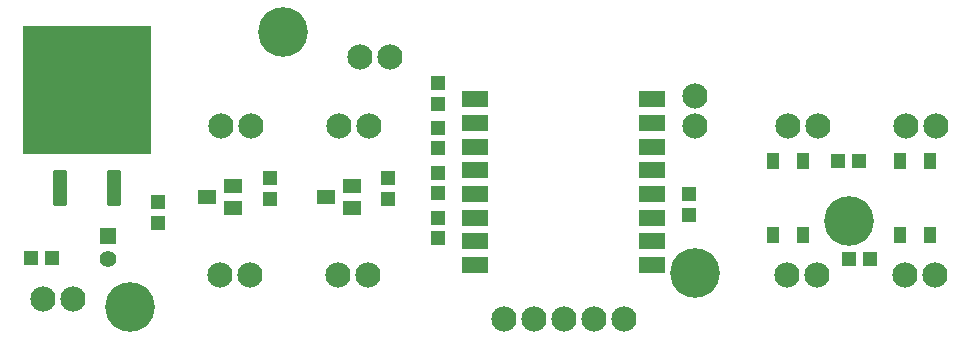
<source format=gts>
G04 EAGLE Gerber RS-274X export*
G75*
%MOMM*%
%FSLAX34Y34*%
%LPD*%
%INSoldermask Top*%
%IPPOS*%
%AMOC8*
5,1,8,0,0,1.08239X$1,22.5*%
G01*
%ADD10C,4.203200*%
%ADD11C,2.133600*%
%ADD12R,1.253200X1.283200*%
%ADD13R,1.283200X1.253200*%
%ADD14R,2.203200X1.403200*%
%ADD15R,1.603200X1.203200*%
%ADD16R,10.803200X10.803200*%
%ADD17C,0.305031*%
%ADD18C,1.411200*%
%ADD19R,1.411200X1.411200*%
%ADD20R,1.003200X1.403200*%


D10*
X230485Y260697D03*
X101173Y28209D03*
X709919Y100947D03*
X579891Y57197D03*
D11*
X177430Y55440D03*
X202830Y55440D03*
X277390Y55450D03*
X302790Y55450D03*
X295660Y239540D03*
X321060Y239540D03*
X27360Y35220D03*
X52760Y35220D03*
X579920Y181480D03*
X579920Y206880D03*
X417680Y18000D03*
X443080Y18000D03*
X468480Y18000D03*
X493880Y18000D03*
X519280Y18000D03*
D12*
X17250Y69950D03*
X34750Y69950D03*
D13*
X124582Y99282D03*
X124582Y116782D03*
D14*
X393480Y204000D03*
X393480Y184000D03*
X393480Y164000D03*
X393480Y144000D03*
X393480Y124000D03*
X393480Y104000D03*
X393480Y84000D03*
X393480Y64000D03*
X543480Y64000D03*
X543480Y84000D03*
X543480Y104000D03*
X543480Y124000D03*
X543480Y144000D03*
X543480Y164000D03*
X543480Y184000D03*
X543480Y204000D03*
D13*
X219802Y137141D03*
X219802Y119641D03*
X319968Y137134D03*
X319968Y119634D03*
X361586Y86538D03*
X361586Y104038D03*
X574546Y123938D03*
X574546Y106438D03*
D12*
X700852Y151637D03*
X718352Y151637D03*
D15*
X166798Y121282D03*
X188798Y130782D03*
X188798Y111782D03*
X266876Y121281D03*
X288876Y130781D03*
X288876Y111781D03*
D11*
X177890Y181170D03*
X203290Y181170D03*
X277850Y181180D03*
X303250Y181180D03*
X657430Y55440D03*
X682830Y55440D03*
X757390Y55450D03*
X782790Y55450D03*
X657890Y181170D03*
X683290Y181170D03*
X757850Y181180D03*
X783250Y181180D03*
D16*
X64740Y211850D03*
D17*
X46181Y142481D02*
X46181Y115199D01*
X37499Y115199D01*
X37499Y142481D01*
X46181Y142481D01*
X46181Y118096D02*
X37499Y118096D01*
X37499Y120993D02*
X46181Y120993D01*
X46181Y123890D02*
X37499Y123890D01*
X37499Y126787D02*
X46181Y126787D01*
X46181Y129684D02*
X37499Y129684D01*
X37499Y132581D02*
X46181Y132581D01*
X46181Y135478D02*
X37499Y135478D01*
X37499Y138375D02*
X46181Y138375D01*
X46181Y141272D02*
X37499Y141272D01*
X91981Y142481D02*
X91981Y115199D01*
X83299Y115199D01*
X83299Y142481D01*
X91981Y142481D01*
X91981Y118096D02*
X83299Y118096D01*
X83299Y120993D02*
X91981Y120993D01*
X91981Y123890D02*
X83299Y123890D01*
X83299Y126787D02*
X91981Y126787D01*
X91981Y129684D02*
X83299Y129684D01*
X83299Y132581D02*
X91981Y132581D01*
X91981Y135478D02*
X83299Y135478D01*
X83299Y138375D02*
X91981Y138375D01*
X91981Y141272D02*
X83299Y141272D01*
D18*
X19020Y179130D03*
X19020Y192130D03*
X19020Y205130D03*
X19020Y218130D03*
X19020Y231130D03*
X19020Y244130D03*
X19020Y257130D03*
X32020Y257130D03*
X45020Y257130D03*
X58020Y257130D03*
X71020Y257130D03*
X84020Y257130D03*
X97020Y257130D03*
X110020Y257130D03*
X110020Y244130D03*
X110020Y231130D03*
X110020Y218130D03*
X110020Y205130D03*
X110020Y192130D03*
X110020Y179130D03*
D19*
X82875Y88567D03*
D18*
X82875Y68567D03*
D13*
X361586Y124538D03*
X361586Y142038D03*
X361586Y162538D03*
X361586Y180038D03*
X361586Y200538D03*
X361586Y218038D03*
D20*
X645264Y89019D03*
X670664Y89019D03*
X670664Y152019D03*
X645264Y152019D03*
X752764Y89019D03*
X778164Y89019D03*
X778164Y152019D03*
X752764Y152019D03*
D12*
X710252Y69061D03*
X727752Y69061D03*
M02*

</source>
